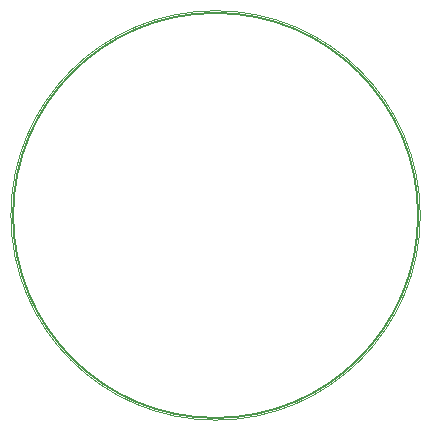
<source format=gbr>
G04 #@! TF.FileFunction,Other,User*
%FSLAX46Y46*%
G04 Gerber Fmt 4.6, Leading zero omitted, Abs format (unit mm)*
G04 Created by KiCad (PCBNEW 4.0.7) date 07/30/18 21:37:17*
%MOMM*%
%LPD*%
G01*
G04 APERTURE LIST*
%ADD10C,0.100000*%
%ADD11C,0.200000*%
G04 APERTURE END LIST*
D10*
D11*
X166370000Y-106045000D02*
G75*
G03X166370000Y-106045000I-17145000J0D01*
G01*
D10*
X166557127Y-106045000D02*
G75*
G03X166557127Y-106045000I-17332127J0D01*
G01*
M02*

</source>
